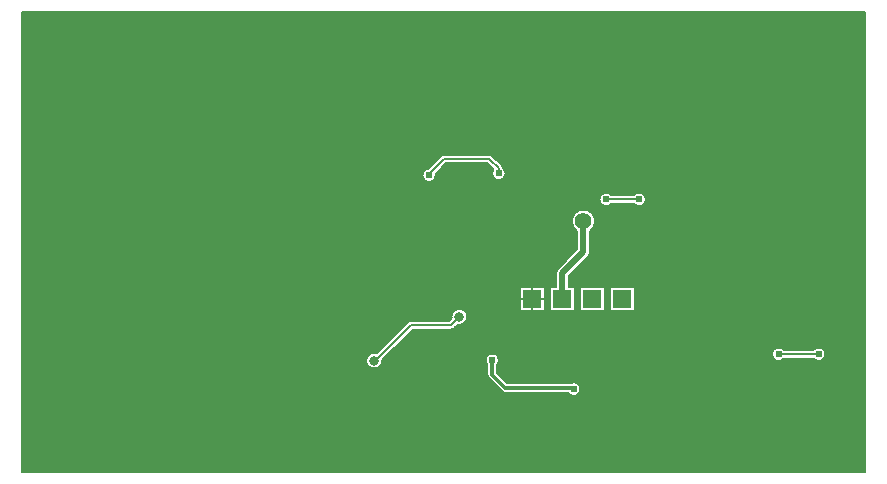
<source format=gbl>
G04 EasyPC Gerber Version 21.0.3 Build 4286 *
G04 #@! TF.Part,Single*
G04 #@! TF.FileFunction,Copper,L2,Bot *
G04 #@! TF.FilePolarity,Positive *
%FSLAX35Y35*%
%MOIN*%
G04 #@! TA.AperFunction,ComponentPad*
%ADD76R,0.06000X0.06000*%
G04 #@! TD.AperFunction*
%ADD15C,0.00500*%
%ADD18C,0.00827*%
%ADD81C,0.01181*%
%ADD80C,0.01969*%
G04 #@! TA.AperFunction,ViaPad*
%ADD78C,0.02402*%
%ADD79C,0.03200*%
%ADD77C,0.05600*%
X0Y0D02*
D02*
D15*
X5762Y158222D02*
Y4974D01*
X286864*
Y158222*
X5762*
X148951Y56648D02*
G75*
G02X154305I2677D01*
G01*
G75*
G02X151109Y54022I-2677*
G01*
X149827Y52740*
G75*
G02X148772Y52303I-1054J1054*
G01*
X136005*
X125854Y42152*
G75*
G02X125860Y41982I-2669J-172*
G01*
G75*
G02X120506I-2677*
G01*
G75*
G02X124014Y44527I2677*
G01*
X134334Y54847*
G75*
G02X135389Y55283I1054J-1054*
G01*
X148156*
X149002Y56129*
G75*
G02X148951Y56648I2625J519*
G01*
X166208Y106107D02*
G75*
G02X166996Y104384I-1489J-1723D01*
G01*
G75*
G02X162441I-2278*
G01*
G75*
G02X162906Y105763I2278J0*
G01*
X160952Y107717*
X147226*
X143728Y104219*
G75*
G02X143768Y103793I-2237J-426*
G01*
G75*
G02X139213I-2278*
G01*
G75*
G02X141361Y106067I2278*
G01*
X145555Y110260*
G75*
G02X146609Y110697I1054J-1054*
G01*
X161568*
G75*
G02X162622Y110260I1J-1490*
G01*
X165772Y107111*
G75*
G02X166208Y106107I-1053J-1054*
G01*
X188749Y34594D02*
G75*
G02X191996Y32533I969J-2061D01*
G01*
G75*
G02X187830Y31260I-2278*
G01*
X166886*
G75*
G02X165705Y31748I-3J1668*
G01*
X161374Y36079*
G75*
G02X160886Y37258I1179J1179*
G01*
Y40628*
G75*
G02X160276Y42179I1667J1552*
G01*
G75*
G02X164831I2278*
G01*
G75*
G02X164220Y40628I-2278*
G01*
Y37948*
X167574Y34594*
X188749*
X171862Y66531D02*
X180016D01*
Y58378*
X171862*
Y66531*
X189090Y88439D02*
G75*
G02X196843I3877D01*
G01*
G75*
G02X195185Y85260I-3877*
G01*
Y78163*
G75*
G02X194540Y76600I-2219*
G01*
X188157Y70163*
Y66531*
X190016*
Y58378*
X181862*
Y66531*
X183720*
Y71077*
G75*
G02X184365Y72641I2219*
G01*
X190748Y79077*
Y85260*
G75*
G02X189090Y88439I2219J3179*
G01*
X191862Y66531D02*
X200016D01*
Y58378*
X191862*
Y66531*
X209748Y97213D02*
G75*
G02X213748Y95722I1722J-1490D01*
G01*
G75*
G02X209748Y94232I-2278*
G01*
X202268*
G75*
G02X198268Y95722I-1722J1490*
G01*
G75*
G02X202268Y97213I2278*
G01*
X209748*
X201862Y66531D02*
X210016D01*
Y58378*
X201862*
Y66531*
X269591Y45638D02*
G75*
G02X273591Y44148I1722J-1490D01*
G01*
G75*
G02X269591Y42657I-2278*
G01*
X259748*
G75*
G02X255748Y44148I-1722J1490*
G01*
G75*
G02X259748Y45638I2278*
G01*
X269591*
X164813Y37356D02*
G36*
X167574Y34594D01*
X188749*
G75*
G02X191996Y32533I969J-2061*
G01*
G75*
G02X187830Y31260I-2278*
G01*
X166886*
G75*
G02X165705Y31748I-2J1668*
G01*
X161374Y36079*
G75*
G02X160886Y37257I1178J1178*
G01*
G75*
G02Y37258I2148J0*
G01*
Y37356*
X6012*
Y5224*
X286614*
Y37356*
X164813*
G37*
X160886D02*
G36*
Y40628D01*
G75*
G02X160276Y42179I1666J1551*
G01*
Y42179*
G75*
G02X161407Y44148I2278*
G01*
X127850*
X125854Y42152*
G75*
G02X125860Y41982I-3062J-184*
G01*
G75*
G02X120506I-2677*
G01*
G75*
G02X121609Y44148I2677*
G01*
X6012*
Y37356*
X160886*
G37*
X164813D02*
G36*
X286614D01*
Y44148*
X273591*
G75*
G02X269591Y42657I-2278*
G01*
X259748*
G75*
G02X255748Y44148I-1722J1490*
G01*
X163699*
G75*
G02X164831Y42179I-1146J-1969*
G01*
Y42179*
G75*
G02X164220Y40628I-2276*
G01*
Y37948*
X164813Y37356*
G37*
X128802Y49315D02*
G36*
X6012D01*
Y44148*
X121609*
G75*
G02X124014Y44527I1574J-2165*
G01*
X128802Y49315*
G37*
X163699Y44148D02*
G36*
X255748D01*
G75*
G02X259748Y45638I2278*
G01*
X269591*
G75*
G02X273591Y44148I1722J-1490*
G01*
X286614*
Y49315*
X133017*
X127850Y44148*
X161407*
G75*
G02X163699I1146J-1969*
G01*
G37*
X210016Y62455D02*
G36*
Y58378D01*
X201862*
Y62455*
X200016*
Y58378*
X191862*
Y62455*
X190016*
Y58378*
X181862*
Y62455*
X180016*
Y58378*
X171862*
Y62455*
X6012*
Y49315*
X128802*
X134334Y54847*
G75*
G02X135389Y55283I1054J-1054*
G01*
X148156*
X149002Y56129*
G75*
G02X148951Y56645I2593J516*
G01*
G75*
G02Y56648I2547J2*
G01*
G75*
G02X154305I2677*
G01*
Y56647*
G75*
G02X151109Y54022I-2676*
G01*
X149827Y52740*
G75*
G02X148772Y52303I-1054J1054*
G01*
X136005*
X133017Y49315*
X286614*
Y62455*
X210016*
G37*
X6012Y95722D02*
G36*
Y62455D01*
X171862*
Y66531*
X180016*
Y62455*
X181862*
Y66531*
X183720*
Y71077*
G75*
G02X184365Y72641I2221J-1*
G01*
X190748Y79077*
Y85260*
G75*
G02X189090Y88439I2217J3179*
G01*
Y88439*
G75*
G02X196843I3877*
G01*
Y88439*
G75*
G02X195185Y85260I-3876*
G01*
Y78163*
G75*
G02X194540Y76600I-2221J1*
G01*
X188157Y70163*
Y66531*
X190016*
Y62455*
X191862*
Y66531*
X200016*
Y62455*
X201862*
Y66531*
X210016*
Y62455*
X286614*
Y95722*
X213748*
G75*
G02X209748Y94232I-2278*
G01*
X202268*
G75*
G02X198268Y95722I-1722J1490*
G01*
X6012*
G37*
Y106106D02*
G36*
Y95722D01*
X198268*
G75*
G02X202268Y97213I2278*
G01*
X209748*
G75*
G02X213748Y95722I1722J-1490*
G01*
X286614*
Y106106*
X166209*
G75*
G02X166996Y104385I-1489J-1722*
G01*
G75*
G02Y104384I-2506J0*
G01*
G75*
G02X162441I-2278*
G01*
G75*
G02X162906Y105763I2278*
G01*
X162562Y106106*
X145615*
X143728Y104219*
G75*
G02X143768Y103793I-2274J-429*
G01*
G75*
G02X139213I-2278*
G01*
G75*
G02X141361Y106067I2278*
G01*
X141400Y106106*
X6012*
G37*
X166209D02*
G36*
X286614D01*
Y157972*
X6012*
Y106106*
X141400*
X145555Y110260*
G75*
G02X146609Y110697I1054J-1054*
G01*
X161568*
G75*
G02X162622Y110260I0J-1491*
G01*
X165772Y107111*
G75*
G02X166208Y106107I-1052J-1054*
G01*
G75*
G02X166209Y106106I-1504J-1504*
G01*
G37*
X162562D02*
G36*
X160952Y107717D01*
X147226*
X145615Y106106*
X162562*
G37*
D02*
D18*
X123183Y41982D02*
X123577D01*
X135388Y53793*
X148774*
X151628Y56648*
X141490Y103793D02*
Y104089D01*
X146608Y109207*
X161569*
X164719Y106057*
Y104384*
X173352Y62455D02*
X171699D01*
X175939Y59868D02*
Y58215D01*
Y65041D02*
Y66695D01*
X178526Y62455D02*
X180179D01*
X200545Y95722D02*
X211470D01*
X271313Y44148D02*
X258026D01*
D02*
D76*
X175939Y62455D03*
X185939D03*
X195939D03*
X205939D03*
D02*
D77*
X76136Y69148D03*
Y96116D03*
X135781Y23085D03*
X192967Y88439D03*
D02*
D78*
X141490Y103793D03*
X159896Y103695D03*
X162553Y42179D03*
X164719Y104384D03*
X170821Y40407D03*
X184797Y36274D03*
X189719Y32533D03*
X199364Y53400D03*
X200545Y95722D03*
X204679Y17967D03*
X211470Y95722D03*
X212258Y30565D03*
X212947Y92573D03*
X250742Y62848D03*
X253104Y18163D03*
X254285Y148478D03*
X258026Y44148D03*
X269344Y78793D03*
X271313Y44148D03*
X279778Y42376D03*
Y62258D03*
Y82337D03*
Y102612D03*
Y122494D03*
D02*
D79*
X123183Y41982D03*
X150447Y84502D03*
X151628Y56648D03*
X157238Y33911D03*
X166293Y84108D03*
D02*
D80*
X185939Y62455D02*
X185880D01*
Y71077*
X192967Y78163*
Y88439*
D02*
D81*
X162553Y42179D02*
Y37258D01*
X166884Y32927*
X189325*
X189719Y32533*
X0Y0D02*
M02*

</source>
